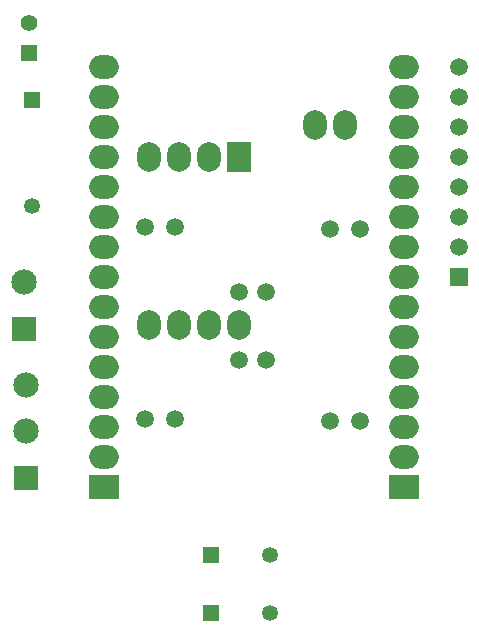
<source format=gbr>
G04*
G04 #@! TF.GenerationSoftware,Altium Limited,Altium Designer,25.4.2 (15)*
G04*
G04 Layer_Color=255*
%FSLAX44Y44*%
%MOMM*%
G71*
G04*
G04 #@! TF.SameCoordinates,0EA34F5E-7CD8-41F1-BF26-68A60DD3863B*
G04*
G04*
G04 #@! TF.FilePolarity,Positive*
G04*
G01*
G75*
%ADD33C,1.3500*%
%ADD34R,1.3500X1.3500*%
%ADD35R,2.5000X2.0000*%
%ADD36O,2.5000X2.0000*%
%ADD37R,2.0000X2.5000*%
%ADD38O,2.0000X2.5000*%
%ADD39C,1.5000*%
%ADD40R,1.5000X1.5000*%
%ADD41C,2.1500*%
%ADD42R,2.1500X2.1500*%
%ADD43C,1.4000*%
%ADD44R,1.4000X1.4000*%
%ADD45R,1.3500X1.3500*%
D33*
X247750Y30500D02*
D03*
Y79750D02*
D03*
X46250Y374750D02*
D03*
D34*
X197750Y30500D02*
D03*
Y79750D02*
D03*
D35*
X106500Y136700D02*
D03*
X360500D02*
D03*
D36*
X106500Y162100D02*
D03*
Y187500D02*
D03*
Y238300D02*
D03*
Y263700D02*
D03*
Y289100D02*
D03*
Y314500D02*
D03*
Y339900D02*
D03*
Y365300D02*
D03*
Y390700D02*
D03*
Y416100D02*
D03*
Y441500D02*
D03*
Y466900D02*
D03*
Y492300D02*
D03*
Y212900D02*
D03*
X360500Y162100D02*
D03*
Y187500D02*
D03*
Y212900D02*
D03*
Y238300D02*
D03*
Y263700D02*
D03*
Y289100D02*
D03*
Y314500D02*
D03*
Y339900D02*
D03*
Y365300D02*
D03*
Y390700D02*
D03*
Y416100D02*
D03*
Y441500D02*
D03*
Y466900D02*
D03*
Y492300D02*
D03*
D37*
X221250Y416100D02*
D03*
D38*
X195850D02*
D03*
X170450D02*
D03*
X145050D02*
D03*
X221250Y274600D02*
D03*
X195850D02*
D03*
X170450D02*
D03*
X145050D02*
D03*
X310850Y443400D02*
D03*
X285450D02*
D03*
D39*
X221250Y302000D02*
D03*
Y245000D02*
D03*
X407500Y339900D02*
D03*
Y365300D02*
D03*
Y390700D02*
D03*
Y416100D02*
D03*
Y441500D02*
D03*
Y466900D02*
D03*
Y492300D02*
D03*
X141750Y357060D02*
D03*
X167150D02*
D03*
X244000Y245000D02*
D03*
Y302000D02*
D03*
X323500Y192940D02*
D03*
X298100D02*
D03*
Y355500D02*
D03*
X323500D02*
D03*
X167150Y194500D02*
D03*
X141750D02*
D03*
D40*
X407500Y314500D02*
D03*
D41*
X40750Y223850D02*
D03*
Y184250D02*
D03*
X39250Y310500D02*
D03*
D42*
X40750Y144650D02*
D03*
X39250Y270900D02*
D03*
D43*
X43750Y529701D02*
D03*
D44*
Y504300D02*
D03*
D45*
X46250Y464750D02*
D03*
M02*

</source>
